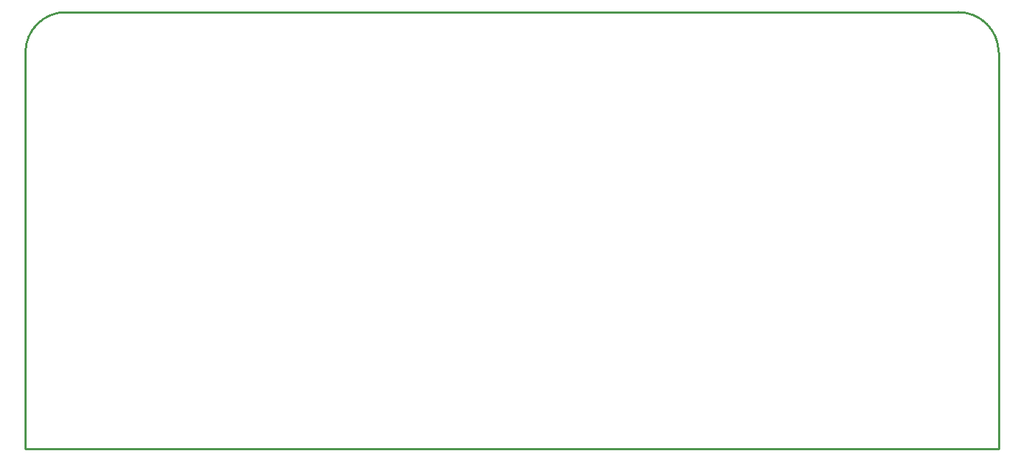
<source format=gko>
G04*
G04 #@! TF.GenerationSoftware,Altium Limited,Altium Designer,21.2.0 (30)*
G04*
G04 Layer_Color=16711935*
%FSLAX25Y25*%
%MOIN*%
G70*
G04*
G04 #@! TF.SameCoordinates,50EEE562-DE44-4F6C-8D0E-6D451127BC4F*
G04*
G04*
G04 #@! TF.FilePolarity,Positive*
G04*
G01*
G75*
%ADD12C,0.01000*%
D12*
X19685Y203740D02*
G03*
X984Y185039I0J-18701D01*
G01*
X451772D02*
G03*
X433071Y203740I-18701J0D01*
G01*
X984Y185039D02*
X984Y984D01*
X19685Y203740D02*
X433071D01*
X451772Y185039D02*
X451772Y984D01*
X984D02*
X451772D01*
M02*

</source>
